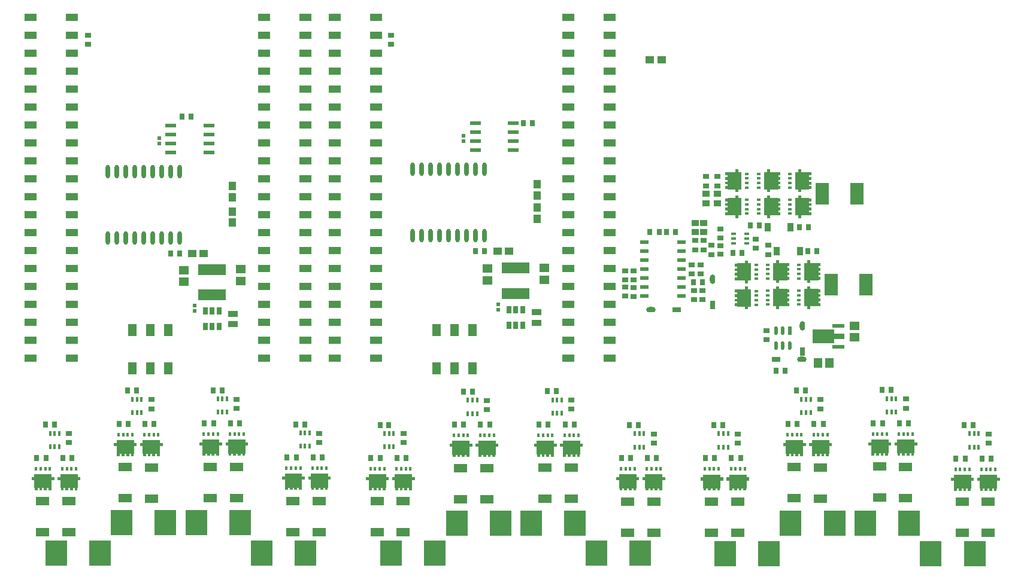
<source format=gtp>
G04*
G04 #@! TF.GenerationSoftware,Altium Limited,Altium Designer,23.4.1 (23)*
G04*
G04 Layer_Color=8421504*
%FSLAX44Y44*%
%MOMM*%
G71*
G04*
G04 #@! TF.SameCoordinates,A8117526-9310-46B9-AEF7-EB217FB15511*
G04*
G04*
G04 #@! TF.FilePolarity,Positive*
G04*
G01*
G75*
%ADD15R,1.9000X1.2000*%
%ADD16R,0.8500X0.7000*%
G04:AMPARAMS|DCode=17|XSize=0.55mm|YSize=1.25mm|CornerRadius=0.0495mm|HoleSize=0mm|Usage=FLASHONLY|Rotation=90.000|XOffset=0mm|YOffset=0mm|HoleType=Round|Shape=RoundedRectangle|*
%AMROUNDEDRECTD17*
21,1,0.5500,1.1510,0,0,90.0*
21,1,0.4510,1.2500,0,0,90.0*
1,1,0.0990,0.5755,0.2255*
1,1,0.0990,0.5755,-0.2255*
1,1,0.0990,-0.5755,-0.2255*
1,1,0.0990,-0.5755,0.2255*
%
%ADD17ROUNDEDRECTD17*%
%ADD18R,0.8500X0.7500*%
%ADD19R,0.7500X0.8500*%
%ADD20C,1.7397*%
%ADD21R,1.7300X0.5800*%
%ADD22R,1.3046X1.4562*%
%ADD23R,1.4562X1.3046*%
G04:AMPARAMS|DCode=24|XSize=1.3082mm|YSize=0.7621mm|CornerRadius=0.3811mm|HoleSize=0mm|Usage=FLASHONLY|Rotation=0.000|XOffset=0mm|YOffset=0mm|HoleType=Round|Shape=RoundedRectangle|*
%AMROUNDEDRECTD24*
21,1,1.3082,0.0000,0,0,0.0*
21,1,0.5461,0.7621,0,0,0.0*
1,1,0.7621,0.2730,0.0000*
1,1,0.7621,-0.2730,0.0000*
1,1,0.7621,-0.2730,0.0000*
1,1,0.7621,0.2730,0.0000*
%
%ADD24ROUNDEDRECTD24*%
%ADD25R,1.3082X0.7621*%
G04:AMPARAMS|DCode=26|XSize=1.2052mm|YSize=0.5298mm|CornerRadius=0.2649mm|HoleSize=0mm|Usage=FLASHONLY|Rotation=270.000|XOffset=0mm|YOffset=0mm|HoleType=Round|Shape=RoundedRectangle|*
%AMROUNDEDRECTD26*
21,1,1.2052,0.0000,0,0,270.0*
21,1,0.6754,0.5298,0,0,270.0*
1,1,0.5298,0.0000,-0.3377*
1,1,0.5298,0.0000,0.3377*
1,1,0.5298,0.0000,0.3377*
1,1,0.5298,0.0000,-0.3377*
%
%ADD26ROUNDEDRECTD26*%
%ADD27R,0.5298X1.2052*%
%ADD28R,0.5200X0.5200*%
%ADD29R,1.5500X0.6000*%
G04:AMPARAMS|DCode=30|XSize=1.3082mm|YSize=0.7621mm|CornerRadius=0.3811mm|HoleSize=0mm|Usage=FLASHONLY|Rotation=90.000|XOffset=0mm|YOffset=0mm|HoleType=Round|Shape=RoundedRectangle|*
%AMROUNDEDRECTD30*
21,1,1.3082,0.0000,0,0,90.0*
21,1,0.5461,0.7621,0,0,90.0*
1,1,0.7621,0.0000,0.2730*
1,1,0.7621,0.0000,-0.2730*
1,1,0.7621,0.0000,-0.2730*
1,1,0.7621,0.0000,0.2730*
%
%ADD30ROUNDEDRECTD30*%
%ADD31R,0.7621X1.3082*%
%ADD32R,3.1000X3.5700*%
G04:AMPARAMS|DCode=33|XSize=1.9mm|YSize=0.6mm|CornerRadius=0.3mm|HoleSize=0mm|Usage=FLASHONLY|Rotation=270.000|XOffset=0mm|YOffset=0mm|HoleType=Round|Shape=RoundedRectangle|*
%AMROUNDEDRECTD33*
21,1,1.9000,0.0000,0,0,270.0*
21,1,1.3000,0.6000,0,0,270.0*
1,1,0.6000,0.0000,-0.6500*
1,1,0.6000,0.0000,0.6500*
1,1,0.6000,0.0000,0.6500*
1,1,0.6000,0.0000,-0.6500*
%
%ADD33ROUNDEDRECTD33*%
%ADD34R,1.4562X1.2546*%
%ADD35R,1.3500X0.9500*%
%ADD36R,4.0000X1.5000*%
%ADD37R,0.7000X1.0000*%
%ADD38R,1.2700X1.6800*%
%ADD39R,1.2084X1.0121*%
%ADD40R,0.7000X0.8500*%
%ADD41R,0.5000X0.3500*%
%ADD42R,1.9600X3.1500*%
%ADD43R,0.9100X1.2200*%
%ADD44R,1.0500X0.9000*%
%ADD45R,0.8000X0.4000*%
%ADD46R,0.3500X0.5000*%
%ADD47R,0.4000X0.8000*%
%ADD48R,1.7800X1.0200*%
%ADD49R,1.0121X1.2084*%
%ADD50R,1.1500X1.0500*%
G36*
X1071450Y722250D02*
X1082800D01*
Y721750D01*
X1085800D01*
Y717750D01*
X1082800D01*
Y715250D01*
X1085800D01*
Y711250D01*
X1082800D01*
Y708750D01*
X1085800D01*
Y704750D01*
X1082800D01*
Y702250D01*
X1085800D01*
Y698250D01*
X1082800D01*
Y697750D01*
X1071450D01*
Y693950D01*
X1067150D01*
Y697750D01*
X1063000D01*
Y722250D01*
X1067150D01*
Y726050D01*
X1071450D01*
Y722250D01*
D02*
G37*
G36*
X1026450D02*
X1030600D01*
Y697750D01*
X1026450D01*
Y693950D01*
X1022150D01*
Y697750D01*
X1010800D01*
Y698250D01*
X1007800D01*
Y702250D01*
X1010800D01*
Y704750D01*
X1007800D01*
Y708750D01*
X1010800D01*
Y711250D01*
X1007800D01*
Y715250D01*
X1010800D01*
Y717750D01*
X1007800D01*
Y721750D01*
X1010800D01*
Y722250D01*
X1022150D01*
Y726050D01*
X1026450D01*
Y722250D01*
D02*
G37*
G36*
X1115400Y722125D02*
X1126750D01*
Y721625D01*
X1129750D01*
Y717625D01*
X1126750D01*
Y715125D01*
X1129750D01*
Y711125D01*
X1126750D01*
Y708625D01*
X1129750D01*
Y704625D01*
X1126750D01*
Y702125D01*
X1129750D01*
Y698125D01*
X1126750D01*
Y697625D01*
X1115400D01*
Y693825D01*
X1111100D01*
Y697625D01*
X1106950D01*
Y722125D01*
X1111100D01*
Y725925D01*
X1115400D01*
Y722125D01*
D02*
G37*
G36*
X1026450Y685375D02*
X1030600D01*
Y660875D01*
X1026450D01*
Y657075D01*
X1022150D01*
Y660875D01*
X1010800D01*
Y661375D01*
X1007800D01*
Y665375D01*
X1010800D01*
Y667875D01*
X1007800D01*
Y671875D01*
X1010800D01*
Y674375D01*
X1007800D01*
Y678375D01*
X1010800D01*
Y680875D01*
X1007800D01*
Y684875D01*
X1010800D01*
Y685375D01*
X1022150D01*
Y689175D01*
X1026450D01*
Y685375D01*
D02*
G37*
G36*
X1071450Y685250D02*
X1082800D01*
Y684750D01*
X1085800D01*
Y680750D01*
X1082800D01*
Y678250D01*
X1085800D01*
Y674250D01*
X1082800D01*
Y671750D01*
X1085800D01*
Y667750D01*
X1082800D01*
Y665250D01*
X1085800D01*
Y661250D01*
X1082800D01*
Y660750D01*
X1071450D01*
Y656950D01*
X1067150D01*
Y660750D01*
X1063000D01*
Y685250D01*
X1067150D01*
Y689050D01*
X1071450D01*
Y685250D01*
D02*
G37*
G36*
X1115400Y685250D02*
X1126750D01*
Y684750D01*
X1129750D01*
Y680750D01*
X1126750D01*
Y678250D01*
X1129750D01*
Y674250D01*
X1126750D01*
Y671750D01*
X1129750D01*
Y667750D01*
X1126750D01*
Y665250D01*
X1129750D01*
Y661250D01*
X1126750D01*
Y660750D01*
X1115400D01*
Y656950D01*
X1111100D01*
Y660750D01*
X1106950D01*
Y685250D01*
X1111100D01*
Y689050D01*
X1115400D01*
Y685250D01*
D02*
G37*
G36*
X1128400Y593500D02*
X1139750D01*
Y593000D01*
X1142750D01*
Y589000D01*
X1139750D01*
Y586500D01*
X1142750D01*
Y582500D01*
X1139750D01*
Y580000D01*
X1142750D01*
Y576000D01*
X1139750D01*
Y573500D01*
X1142750D01*
Y569500D01*
X1139750D01*
Y569000D01*
X1128400D01*
Y565200D01*
X1124100D01*
Y569000D01*
X1119950D01*
Y593500D01*
X1124100D01*
Y597300D01*
X1128400D01*
Y593500D01*
D02*
G37*
G36*
X1084400D02*
X1095750D01*
Y593000D01*
X1098750D01*
Y589000D01*
X1095750D01*
Y586500D01*
X1098750D01*
Y582500D01*
X1095750D01*
Y580000D01*
X1098750D01*
Y576000D01*
X1095750D01*
Y573500D01*
X1098750D01*
Y569500D01*
X1095750D01*
Y569000D01*
X1084400D01*
Y565200D01*
X1080100D01*
Y569000D01*
X1075950D01*
Y593500D01*
X1080100D01*
Y597300D01*
X1084400D01*
Y593500D01*
D02*
G37*
G36*
X1040400Y593000D02*
X1044550D01*
Y568500D01*
X1040400D01*
Y564700D01*
X1036100D01*
Y568500D01*
X1024750D01*
Y569000D01*
X1021750D01*
Y573000D01*
X1024750D01*
Y575500D01*
X1021750D01*
Y579500D01*
X1024750D01*
Y582000D01*
X1021750D01*
Y586000D01*
X1024750D01*
Y588500D01*
X1021750D01*
Y592500D01*
X1024750D01*
Y593000D01*
X1036100D01*
Y596800D01*
X1040400D01*
Y593000D01*
D02*
G37*
G36*
X1128400Y556500D02*
X1139750D01*
Y556000D01*
X1142750D01*
Y552000D01*
X1139750D01*
Y549500D01*
X1142750D01*
Y545500D01*
X1139750D01*
Y543000D01*
X1142750D01*
Y539000D01*
X1139750D01*
Y536500D01*
X1142750D01*
Y532500D01*
X1139750D01*
Y532000D01*
X1128400D01*
Y528200D01*
X1124100D01*
Y532000D01*
X1119950D01*
Y556500D01*
X1124100D01*
Y560300D01*
X1128400D01*
Y556500D01*
D02*
G37*
G36*
X1084400D02*
X1095750D01*
Y556000D01*
X1098750D01*
Y552000D01*
X1095750D01*
Y549500D01*
X1098750D01*
Y545500D01*
X1095750D01*
Y543000D01*
X1098750D01*
Y539000D01*
X1095750D01*
Y536500D01*
X1098750D01*
Y532500D01*
X1095750D01*
Y532000D01*
X1084400D01*
Y528200D01*
X1080100D01*
Y532000D01*
X1075950D01*
Y556500D01*
X1080100D01*
Y560300D01*
X1084400D01*
Y556500D01*
D02*
G37*
G36*
X1040400Y556210D02*
X1044550D01*
Y531710D01*
X1040400D01*
Y527910D01*
X1036100D01*
Y531710D01*
X1024750D01*
Y532210D01*
X1021750D01*
Y536210D01*
X1024750D01*
Y538710D01*
X1021750D01*
Y542710D01*
X1024750D01*
Y545210D01*
X1021750D01*
Y549210D01*
X1024750D01*
Y551710D01*
X1021750D01*
Y555710D01*
X1024750D01*
Y556210D01*
X1036100D01*
Y560010D01*
X1040400D01*
Y556210D01*
D02*
G37*
G36*
X1161556Y493392D02*
X1176556D01*
Y485792D01*
X1161556D01*
Y479927D01*
X1131256D01*
Y499257D01*
X1161556D01*
Y493392D01*
D02*
G37*
G36*
X1275422Y339344D02*
X1279222D01*
Y335044D01*
X1275422D01*
Y323694D01*
X1274922D01*
Y320694D01*
X1270922D01*
Y323694D01*
X1268422D01*
Y320694D01*
X1264422D01*
Y323694D01*
X1261922D01*
Y320694D01*
X1257922D01*
Y323694D01*
X1255422D01*
Y320694D01*
X1251422D01*
Y323694D01*
X1250922D01*
Y335044D01*
X1247122D01*
Y339344D01*
X1250922D01*
Y343494D01*
X1275422D01*
Y339344D01*
D02*
G37*
G36*
X1238592D02*
X1242392D01*
Y335044D01*
X1238592D01*
Y323694D01*
X1238092D01*
Y320694D01*
X1234092D01*
Y323694D01*
X1231592D01*
Y320694D01*
X1227592D01*
Y323694D01*
X1225092D01*
Y320694D01*
X1221092D01*
Y323694D01*
X1218592D01*
Y320694D01*
X1214592D01*
Y323694D01*
X1214092D01*
Y335044D01*
X1210292D01*
Y339344D01*
X1214092D01*
Y343494D01*
X1238592D01*
Y339344D01*
D02*
G37*
G36*
X329635Y339112D02*
X333435D01*
Y334812D01*
X329635D01*
Y323462D01*
X329135D01*
Y320462D01*
X325135D01*
Y323462D01*
X322635D01*
Y320462D01*
X318635D01*
Y323462D01*
X316135D01*
Y320462D01*
X312135D01*
Y323462D01*
X309635D01*
Y320462D01*
X305635D01*
Y323462D01*
X305135D01*
Y334812D01*
X301335D01*
Y339112D01*
X305135D01*
Y343262D01*
X329635D01*
Y339112D01*
D02*
G37*
G36*
X292805D02*
X296605D01*
Y334812D01*
X292805D01*
Y323462D01*
X292305D01*
Y320462D01*
X288305D01*
Y323462D01*
X285805D01*
Y320462D01*
X281805D01*
Y323462D01*
X279305D01*
Y320462D01*
X275305D01*
Y323462D01*
X272805D01*
Y320462D01*
X268805D01*
Y323462D01*
X268305D01*
Y334812D01*
X264505D01*
Y339112D01*
X268305D01*
Y343262D01*
X292805D01*
Y339112D01*
D02*
G37*
G36*
X208852Y338530D02*
X212652D01*
Y334230D01*
X208852D01*
Y322880D01*
X208352D01*
Y319880D01*
X204352D01*
Y322880D01*
X201852D01*
Y319880D01*
X197852D01*
Y322880D01*
X195352D01*
Y319880D01*
X191352D01*
Y322880D01*
X188852D01*
Y319880D01*
X184852D01*
Y322880D01*
X184352D01*
Y334230D01*
X180552D01*
Y338530D01*
X184352D01*
Y342680D01*
X208852D01*
Y338530D01*
D02*
G37*
G36*
X172022D02*
X175822D01*
Y334230D01*
X172022D01*
Y322880D01*
X171522D01*
Y319880D01*
X167522D01*
Y322880D01*
X165022D01*
Y319880D01*
X161022D01*
Y322880D01*
X158522D01*
Y319880D01*
X154522D01*
Y322880D01*
X152022D01*
Y319880D01*
X148022D01*
Y322880D01*
X147522D01*
Y334230D01*
X143722D01*
Y338530D01*
X147522D01*
Y342680D01*
X172022D01*
Y338530D01*
D02*
G37*
G36*
X1154906Y338456D02*
X1158706D01*
Y334156D01*
X1154906D01*
Y322806D01*
X1154406D01*
Y319806D01*
X1150406D01*
Y322806D01*
X1147906D01*
Y319806D01*
X1143906D01*
Y322806D01*
X1141406D01*
Y319806D01*
X1137406D01*
Y322806D01*
X1134906D01*
Y319806D01*
X1130906D01*
Y322806D01*
X1130406D01*
Y334156D01*
X1126606D01*
Y338456D01*
X1130406D01*
Y342606D01*
X1154906D01*
Y338456D01*
D02*
G37*
G36*
X1118076D02*
X1121876D01*
Y334156D01*
X1118076D01*
Y322806D01*
X1117576D01*
Y319806D01*
X1113576D01*
Y322806D01*
X1111076D01*
Y319806D01*
X1107076D01*
Y322806D01*
X1104576D01*
Y319806D01*
X1100576D01*
Y322806D01*
X1098076D01*
Y319806D01*
X1094076D01*
Y322806D01*
X1093576D01*
Y334156D01*
X1089776D01*
Y338456D01*
X1093576D01*
Y342606D01*
X1118076D01*
Y338456D01*
D02*
G37*
G36*
X802793Y337742D02*
X806593D01*
Y333442D01*
X802793D01*
Y322092D01*
X802293D01*
Y319092D01*
X798293D01*
Y322092D01*
X795793D01*
Y319092D01*
X791793D01*
Y322092D01*
X789293D01*
Y319092D01*
X785293D01*
Y322092D01*
X782793D01*
Y319092D01*
X778793D01*
Y322092D01*
X778293D01*
Y333442D01*
X774493D01*
Y337742D01*
X778293D01*
Y341892D01*
X802793D01*
Y337742D01*
D02*
G37*
G36*
X765963D02*
X769763D01*
Y333442D01*
X765963D01*
Y322092D01*
X765463D01*
Y319092D01*
X761463D01*
Y322092D01*
X758963D01*
Y319092D01*
X754963D01*
Y322092D01*
X752463D01*
Y319092D01*
X748463D01*
Y322092D01*
X745963D01*
Y319092D01*
X741963D01*
Y322092D01*
X741463D01*
Y333442D01*
X737663D01*
Y337742D01*
X741463D01*
Y341892D01*
X765963D01*
Y337742D01*
D02*
G37*
G36*
X683280Y337314D02*
X687080D01*
Y333014D01*
X683280D01*
Y321664D01*
X682780D01*
Y318664D01*
X678780D01*
Y321664D01*
X676280D01*
Y318664D01*
X672280D01*
Y321664D01*
X669780D01*
Y318664D01*
X665780D01*
Y321664D01*
X663280D01*
Y318664D01*
X659280D01*
Y321664D01*
X658780D01*
Y333014D01*
X654980D01*
Y337314D01*
X658780D01*
Y341464D01*
X683280D01*
Y337314D01*
D02*
G37*
G36*
X646450D02*
X650250D01*
Y333014D01*
X646450D01*
Y321664D01*
X645950D01*
Y318664D01*
X641950D01*
Y321664D01*
X639450D01*
Y318664D01*
X635450D01*
Y321664D01*
X632950D01*
Y318664D01*
X628950D01*
Y321664D01*
X626450D01*
Y318664D01*
X622450D01*
Y321664D01*
X621950D01*
Y333014D01*
X618150D01*
Y337314D01*
X621950D01*
Y341464D01*
X646450D01*
Y337314D01*
D02*
G37*
G36*
X446475Y290852D02*
X450275D01*
Y286552D01*
X446475D01*
Y275202D01*
X445975D01*
Y272202D01*
X441975D01*
Y275202D01*
X439475D01*
Y272202D01*
X435475D01*
Y275202D01*
X432975D01*
Y272202D01*
X428975D01*
Y275202D01*
X426475D01*
Y272202D01*
X422475D01*
Y275202D01*
X421975D01*
Y286552D01*
X418175D01*
Y290852D01*
X421975D01*
Y295002D01*
X446475D01*
Y290852D01*
D02*
G37*
G36*
X409645D02*
X413445D01*
Y286552D01*
X409645D01*
Y275202D01*
X409145D01*
Y272202D01*
X405145D01*
Y275202D01*
X402645D01*
Y272202D01*
X398645D01*
Y275202D01*
X396145D01*
Y272202D01*
X392145D01*
Y275202D01*
X389645D01*
Y272202D01*
X385645D01*
Y275202D01*
X385145D01*
Y286552D01*
X381345D01*
Y290852D01*
X385145D01*
Y295002D01*
X409645D01*
Y290852D01*
D02*
G37*
G36*
X92520Y290370D02*
X96320D01*
Y286070D01*
X92520D01*
Y274720D01*
X92020D01*
Y271720D01*
X88020D01*
Y274720D01*
X85520D01*
Y271720D01*
X81520D01*
Y274720D01*
X79020D01*
Y271720D01*
X75020D01*
Y274720D01*
X72520D01*
Y271720D01*
X68520D01*
Y274720D01*
X68020D01*
Y286070D01*
X64220D01*
Y290370D01*
X68020D01*
Y294520D01*
X92520D01*
Y290370D01*
D02*
G37*
G36*
X55690D02*
X59490D01*
Y286070D01*
X55690D01*
Y274720D01*
X55190D01*
Y271720D01*
X51190D01*
Y274720D01*
X48690D01*
Y271720D01*
X44690D01*
Y274720D01*
X42190D01*
Y271720D01*
X38190D01*
Y274720D01*
X35690D01*
Y271720D01*
X31690D01*
Y274720D01*
X31190D01*
Y286070D01*
X27390D01*
Y290370D01*
X31190D01*
Y294520D01*
X55690D01*
Y290370D01*
D02*
G37*
G36*
X565170Y290324D02*
X568970D01*
Y286024D01*
X565170D01*
Y274674D01*
X564670D01*
Y271674D01*
X560670D01*
Y274674D01*
X558170D01*
Y271674D01*
X554170D01*
Y274674D01*
X551670D01*
Y271674D01*
X547670D01*
Y274674D01*
X545170D01*
Y271674D01*
X541170D01*
Y274674D01*
X540670D01*
Y286024D01*
X536870D01*
Y290324D01*
X540670D01*
Y294474D01*
X565170D01*
Y290324D01*
D02*
G37*
G36*
X528340D02*
X532140D01*
Y286024D01*
X528340D01*
Y274674D01*
X527840D01*
Y271674D01*
X523840D01*
Y274674D01*
X521340D01*
Y271674D01*
X517340D01*
Y274674D01*
X514840D01*
Y271674D01*
X510840D01*
Y274674D01*
X508340D01*
Y271674D01*
X504340D01*
Y274674D01*
X503840D01*
Y286024D01*
X500040D01*
Y290324D01*
X503840D01*
Y294474D01*
X528340D01*
Y290324D01*
D02*
G37*
G36*
X919246Y289869D02*
X923046D01*
Y285569D01*
X919246D01*
Y274219D01*
X918746D01*
Y271219D01*
X914746D01*
Y274219D01*
X912246D01*
Y271219D01*
X908246D01*
Y274219D01*
X905746D01*
Y271219D01*
X901746D01*
Y274219D01*
X899246D01*
Y271219D01*
X895246D01*
Y274219D01*
X894746D01*
Y285569D01*
X890946D01*
Y289869D01*
X894746D01*
Y294019D01*
X919246D01*
Y289869D01*
D02*
G37*
G36*
X882416D02*
X886216D01*
Y285569D01*
X882416D01*
Y274219D01*
X881916D01*
Y271219D01*
X877916D01*
Y274219D01*
X875416D01*
Y271219D01*
X871416D01*
Y274219D01*
X868916D01*
Y271219D01*
X864916D01*
Y274219D01*
X862416D01*
Y271219D01*
X858416D01*
Y274219D01*
X857916D01*
Y285569D01*
X854116D01*
Y289869D01*
X857916D01*
Y294019D01*
X882416D01*
Y289869D01*
D02*
G37*
G36*
X1037932Y289814D02*
X1041732D01*
Y285514D01*
X1037932D01*
Y274164D01*
X1037432D01*
Y271164D01*
X1033432D01*
Y274164D01*
X1030932D01*
Y271164D01*
X1026932D01*
Y274164D01*
X1024432D01*
Y271164D01*
X1020432D01*
Y274164D01*
X1017932D01*
Y271164D01*
X1013932D01*
Y274164D01*
X1013432D01*
Y285514D01*
X1009632D01*
Y289814D01*
X1013432D01*
Y293964D01*
X1037932D01*
Y289814D01*
D02*
G37*
G36*
X1001102D02*
X1004902D01*
Y285514D01*
X1001102D01*
Y274164D01*
X1000602D01*
Y271164D01*
X996602D01*
Y274164D01*
X994102D01*
Y271164D01*
X990102D01*
Y274164D01*
X987602D01*
Y271164D01*
X983602D01*
Y274164D01*
X981102D01*
Y271164D01*
X977102D01*
Y274164D01*
X976602D01*
Y285514D01*
X972802D01*
Y289814D01*
X976602D01*
Y293964D01*
X1001102D01*
Y289814D01*
D02*
G37*
G36*
X1392262Y289726D02*
X1396062D01*
Y285426D01*
X1392262D01*
Y274076D01*
X1391762D01*
Y271076D01*
X1387762D01*
Y274076D01*
X1385262D01*
Y271076D01*
X1381262D01*
Y274076D01*
X1378762D01*
Y271076D01*
X1374762D01*
Y274076D01*
X1372262D01*
Y271076D01*
X1368262D01*
Y274076D01*
X1367762D01*
Y285426D01*
X1363962D01*
Y289726D01*
X1367762D01*
Y293876D01*
X1392262D01*
Y289726D01*
D02*
G37*
G36*
X1355432D02*
X1359232D01*
Y285426D01*
X1355432D01*
Y274076D01*
X1354932D01*
Y271076D01*
X1350932D01*
Y274076D01*
X1348432D01*
Y271076D01*
X1344432D01*
Y274076D01*
X1341932D01*
Y271076D01*
X1337932D01*
Y274076D01*
X1335432D01*
Y271076D01*
X1331432D01*
Y274076D01*
X1330932D01*
Y285426D01*
X1327132D01*
Y289726D01*
X1330932D01*
Y293876D01*
X1355432D01*
Y289726D01*
D02*
G37*
D15*
X159315Y260386D02*
D03*
X159315Y304386D02*
D03*
X196399Y260132D02*
D03*
X196399Y304132D02*
D03*
X42983Y212226D02*
D03*
Y256226D02*
D03*
X80067Y211972D02*
D03*
Y255972D02*
D03*
X280098Y260968D02*
D03*
X280098Y304968D02*
D03*
X317182Y260714D02*
D03*
X317182Y304714D02*
D03*
X434022Y212454D02*
D03*
X434022Y256454D02*
D03*
X396938Y212708D02*
D03*
X396938Y256708D02*
D03*
X633743Y259170D02*
D03*
X633743Y303170D02*
D03*
X670827Y258916D02*
D03*
X670827Y302916D02*
D03*
X906793Y211471D02*
D03*
X906793Y255471D02*
D03*
X552717Y211926D02*
D03*
X552717Y255926D02*
D03*
X753256Y259598D02*
D03*
X753256Y303598D02*
D03*
X869709Y211725D02*
D03*
X869709Y255725D02*
D03*
X790340Y259344D02*
D03*
X790340Y303344D02*
D03*
X515633Y212180D02*
D03*
X515633Y256180D02*
D03*
X1025479Y211416D02*
D03*
X1025479Y255416D02*
D03*
X988395Y211670D02*
D03*
X988395Y255670D02*
D03*
X1142453Y260058D02*
D03*
X1142453Y304058D02*
D03*
X1105369Y260312D02*
D03*
X1105369Y304312D02*
D03*
X1262969Y260946D02*
D03*
X1262969Y304946D02*
D03*
X1225885Y261200D02*
D03*
X1225885Y305200D02*
D03*
X1379809Y211328D02*
D03*
X1379809Y255328D02*
D03*
X1342725Y211582D02*
D03*
X1342725Y255582D02*
D03*
D16*
X866252Y559248D02*
D03*
Y546748D02*
D03*
X1001000Y605750D02*
D03*
Y618250D02*
D03*
D17*
X893296Y622554D02*
D03*
Y609854D02*
D03*
Y597154D02*
D03*
Y584454D02*
D03*
Y571754D02*
D03*
Y559054D02*
D03*
Y546354D02*
D03*
X945796Y622554D02*
D03*
Y609854D02*
D03*
Y597154D02*
D03*
Y584454D02*
D03*
Y571754D02*
D03*
Y559054D02*
D03*
Y546354D02*
D03*
D18*
X1066292Y497736D02*
D03*
Y484736D02*
D03*
X878190Y545990D02*
D03*
Y558990D02*
D03*
X960418Y590950D02*
D03*
Y577950D02*
D03*
X963720Y554628D02*
D03*
Y541628D02*
D03*
X866252Y582612D02*
D03*
Y569612D02*
D03*
X878190Y582612D02*
D03*
Y569612D02*
D03*
X973118Y590950D02*
D03*
Y577950D02*
D03*
X997144Y702750D02*
D03*
Y715750D02*
D03*
X981144Y702750D02*
D03*
Y715750D02*
D03*
X975868Y554632D02*
D03*
Y541632D02*
D03*
X1051000Y627500D02*
D03*
Y614500D02*
D03*
X196532Y400100D02*
D03*
Y387100D02*
D03*
X80200Y351940D02*
D03*
Y338940D02*
D03*
X317315Y400682D02*
D03*
Y387682D02*
D03*
X434155Y352422D02*
D03*
Y339422D02*
D03*
X670960Y398884D02*
D03*
Y385884D02*
D03*
X906926Y351439D02*
D03*
Y338439D02*
D03*
X552850Y351894D02*
D03*
Y338894D02*
D03*
X790473Y399312D02*
D03*
Y386312D02*
D03*
X1025612Y351384D02*
D03*
Y338384D02*
D03*
X1142586Y400026D02*
D03*
Y387026D02*
D03*
X1263102Y400914D02*
D03*
Y387914D02*
D03*
X1379942Y351296D02*
D03*
Y338296D02*
D03*
X988000Y605500D02*
D03*
Y618500D02*
D03*
X1069000Y605500D02*
D03*
Y618500D02*
D03*
X1001000Y628500D02*
D03*
Y641500D02*
D03*
X965843Y612172D02*
D03*
Y625172D02*
D03*
X977590Y612200D02*
D03*
Y625200D02*
D03*
X535500Y903000D02*
D03*
Y916000D02*
D03*
X107000Y903000D02*
D03*
Y916000D02*
D03*
D19*
X975808Y566162D02*
D03*
X962808D02*
D03*
X735250Y791500D02*
D03*
X722250D02*
D03*
X937620Y637032D02*
D03*
X924620D02*
D03*
X901506D02*
D03*
X914506D02*
D03*
X1079604Y440944D02*
D03*
X1092604D02*
D03*
X240000Y801000D02*
D03*
X253000D02*
D03*
X1056500Y647000D02*
D03*
X1043500D02*
D03*
X163662Y365660D02*
D03*
X150662D02*
D03*
X200492D02*
D03*
X187492D02*
D03*
X84160Y317500D02*
D03*
X71160D02*
D03*
X47330D02*
D03*
X34330D02*
D03*
X284445Y366242D02*
D03*
X271445D02*
D03*
X321275D02*
D03*
X308275D02*
D03*
X401285Y317982D02*
D03*
X388285D02*
D03*
X438115D02*
D03*
X425115D02*
D03*
X638090Y364444D02*
D03*
X625090D02*
D03*
X674920D02*
D03*
X661920D02*
D03*
X874056Y316999D02*
D03*
X861056D02*
D03*
X910886D02*
D03*
X897886D02*
D03*
X519980Y317454D02*
D03*
X506980D02*
D03*
X757603Y364872D02*
D03*
X744603D02*
D03*
X794433D02*
D03*
X781433D02*
D03*
X556810Y317454D02*
D03*
X543810D02*
D03*
X1029572Y316944D02*
D03*
X1016572D02*
D03*
X992742D02*
D03*
X979742D02*
D03*
X1146546Y365586D02*
D03*
X1133546D02*
D03*
X1109716D02*
D03*
X1096716D02*
D03*
X1267062Y366474D02*
D03*
X1254062D02*
D03*
X1230232D02*
D03*
X1217232D02*
D03*
X1383902Y316856D02*
D03*
X1370902D02*
D03*
X1347072D02*
D03*
X1334072D02*
D03*
X1124750Y610000D02*
D03*
X1137750D02*
D03*
X1112500Y644000D02*
D03*
X1125500D02*
D03*
X236500Y606500D02*
D03*
X223500D02*
D03*
X667500Y610250D02*
D03*
X654500D02*
D03*
D20*
X1150096Y489592D02*
D03*
D21*
X1167906Y504592D02*
D03*
Y474592D02*
D03*
D22*
X1139180Y452318D02*
D03*
X1155296D02*
D03*
D23*
X1191006Y488004D02*
D03*
Y504120D02*
D03*
D24*
X1116292Y456692D02*
D03*
X902754Y527304D02*
D03*
D25*
X1079792Y456692D02*
D03*
X939254Y527304D02*
D03*
D26*
X1098906Y476667D02*
D03*
X1089406D02*
D03*
X1079906D02*
D03*
Y497677D02*
D03*
X1089406D02*
D03*
D27*
X1098906D02*
D03*
D28*
X638150Y774000D02*
D03*
Y766000D02*
D03*
X207750Y770250D02*
D03*
Y762250D02*
D03*
X257500Y533250D02*
D03*
Y525250D02*
D03*
X686750Y527250D02*
D03*
Y535250D02*
D03*
D29*
X654400Y791550D02*
D03*
Y778850D02*
D03*
Y766150D02*
D03*
Y753450D02*
D03*
X708400Y791550D02*
D03*
Y778850D02*
D03*
Y766150D02*
D03*
Y753450D02*
D03*
X224000Y787800D02*
D03*
Y775100D02*
D03*
Y762400D02*
D03*
Y749700D02*
D03*
X278000Y787800D02*
D03*
Y775100D02*
D03*
Y762400D02*
D03*
Y749700D02*
D03*
D30*
X990092Y570192D02*
D03*
X1116838Y504660D02*
D03*
D31*
X990092Y533692D02*
D03*
X1116838Y468160D02*
D03*
D32*
X352730Y182880D02*
D03*
X414730D02*
D03*
X154610Y226060D02*
D03*
X216610D02*
D03*
X628320Y224790D02*
D03*
X690320D02*
D03*
X61900Y182880D02*
D03*
X123900D02*
D03*
X322020Y226060D02*
D03*
X260020D02*
D03*
X887888Y182780D02*
D03*
X825888D02*
D03*
X795730Y224790D02*
D03*
X733730D02*
D03*
X535058Y182780D02*
D03*
X597058D02*
D03*
X1007820Y181982D02*
D03*
X1069820D02*
D03*
X1100530Y225162D02*
D03*
X1162530D02*
D03*
X1267940D02*
D03*
X1205940D02*
D03*
X1360650Y181982D02*
D03*
X1298650D02*
D03*
D33*
X236800Y722500D02*
D03*
X224100D02*
D03*
X211400D02*
D03*
X198700D02*
D03*
X186000D02*
D03*
X173300D02*
D03*
X160600D02*
D03*
X147900D02*
D03*
X135200D02*
D03*
Y628500D02*
D03*
X147900D02*
D03*
X160600D02*
D03*
X173300D02*
D03*
X186000D02*
D03*
X198700D02*
D03*
X211400D02*
D03*
X224100D02*
D03*
X236800D02*
D03*
X667200Y632250D02*
D03*
X654500D02*
D03*
X641800D02*
D03*
X629100D02*
D03*
X616400D02*
D03*
X603700D02*
D03*
X591000D02*
D03*
X578300D02*
D03*
X565600D02*
D03*
Y726250D02*
D03*
X578300D02*
D03*
X591000D02*
D03*
X603700D02*
D03*
X616400D02*
D03*
X629100D02*
D03*
X641800D02*
D03*
X654500D02*
D03*
X667200D02*
D03*
D34*
X242500Y583508D02*
D03*
Y566992D02*
D03*
X322500Y584508D02*
D03*
Y567992D02*
D03*
X671750Y568992D02*
D03*
Y585508D02*
D03*
X751750Y569992D02*
D03*
Y586508D02*
D03*
D35*
X311500Y506750D02*
D03*
Y521750D02*
D03*
X740830Y524000D02*
D03*
Y509000D02*
D03*
D36*
X282500Y548250D02*
D03*
Y584250D02*
D03*
X711750Y586250D02*
D03*
Y550250D02*
D03*
D37*
X273000Y503255D02*
D03*
X282500D02*
D03*
X292000D02*
D03*
Y525245D02*
D03*
X282500D02*
D03*
X273000D02*
D03*
X702250Y527245D02*
D03*
X711750D02*
D03*
X721250D02*
D03*
Y505255D02*
D03*
X711750D02*
D03*
X702250D02*
D03*
D38*
X650400Y444200D02*
D03*
Y498600D02*
D03*
X625000Y444200D02*
D03*
Y498600D02*
D03*
X599600Y444200D02*
D03*
Y498600D02*
D03*
X169600D02*
D03*
Y444200D02*
D03*
X195000Y498600D02*
D03*
Y444200D02*
D03*
X220400Y498600D02*
D03*
Y444200D02*
D03*
D39*
X270042Y606500D02*
D03*
X254005D02*
D03*
X685981Y610250D02*
D03*
X702019D02*
D03*
D40*
X1229750Y414000D02*
D03*
X1242250D02*
D03*
X1018750Y608000D02*
D03*
X1031250D02*
D03*
X46750Y365000D02*
D03*
X59250D02*
D03*
X162750Y413000D02*
D03*
X175250D02*
D03*
X283750D02*
D03*
X296250D02*
D03*
X400750Y365000D02*
D03*
X413250D02*
D03*
X519750Y364000D02*
D03*
X532250D02*
D03*
X637750Y411000D02*
D03*
X650250D02*
D03*
X756750Y412000D02*
D03*
X769250D02*
D03*
X872750Y364000D02*
D03*
X885250D02*
D03*
X991750D02*
D03*
X1004250D02*
D03*
X1108750Y413000D02*
D03*
X1121250D02*
D03*
X1345750Y364000D02*
D03*
X1358250D02*
D03*
D41*
X1099250Y663250D02*
D03*
Y669750D02*
D03*
Y676250D02*
D03*
Y682750D02*
D03*
X1055300Y663250D02*
D03*
Y669750D02*
D03*
Y676250D02*
D03*
Y682750D02*
D03*
X1038300Y682875D02*
D03*
Y676375D02*
D03*
Y669875D02*
D03*
Y663375D02*
D03*
X1099250Y700125D02*
D03*
Y706625D02*
D03*
Y713125D02*
D03*
Y719625D02*
D03*
X1055300Y700250D02*
D03*
Y706750D02*
D03*
Y713250D02*
D03*
Y719750D02*
D03*
X1038300D02*
D03*
Y713250D02*
D03*
Y706750D02*
D03*
Y700250D02*
D03*
X1052250Y590500D02*
D03*
Y584000D02*
D03*
Y577500D02*
D03*
Y571000D02*
D03*
X1068250Y571500D02*
D03*
Y578000D02*
D03*
Y584500D02*
D03*
Y591000D02*
D03*
X1112250Y534500D02*
D03*
Y541000D02*
D03*
Y547500D02*
D03*
Y554000D02*
D03*
X1052250Y553710D02*
D03*
Y547210D02*
D03*
Y540710D02*
D03*
Y534210D02*
D03*
X1068250Y534500D02*
D03*
Y541000D02*
D03*
Y547500D02*
D03*
Y554000D02*
D03*
X1112250Y571500D02*
D03*
Y578000D02*
D03*
Y584500D02*
D03*
Y591000D02*
D03*
D42*
X1144700Y691500D02*
D03*
X1193800D02*
D03*
X1157700Y563000D02*
D03*
X1206800D02*
D03*
D43*
X1100350Y644000D02*
D03*
X1067650D02*
D03*
X1113600Y610000D02*
D03*
X1080900D02*
D03*
D44*
X997144Y677750D02*
D03*
Y691250D02*
D03*
X981144Y677750D02*
D03*
Y691250D02*
D03*
X965843Y650422D02*
D03*
Y636922D02*
D03*
X977590Y650450D02*
D03*
Y636950D02*
D03*
D45*
X1038500Y634500D02*
D03*
Y628000D02*
D03*
Y621500D02*
D03*
X1019500D02*
D03*
Y628000D02*
D03*
Y634500D02*
D03*
D46*
X150022Y350380D02*
D03*
X156522D02*
D03*
X163022D02*
D03*
X169522D02*
D03*
X186852D02*
D03*
X193352D02*
D03*
X199852D02*
D03*
X206352D02*
D03*
X33690Y302220D02*
D03*
X40190D02*
D03*
X46690D02*
D03*
X53190D02*
D03*
X70520D02*
D03*
X77020D02*
D03*
X83520D02*
D03*
X90020D02*
D03*
X270805Y350962D02*
D03*
X277305D02*
D03*
X283805D02*
D03*
X290305D02*
D03*
X307635D02*
D03*
X314135D02*
D03*
X320635D02*
D03*
X327135D02*
D03*
X424475Y302702D02*
D03*
X430975D02*
D03*
X437475D02*
D03*
X443975D02*
D03*
X387645D02*
D03*
X394145D02*
D03*
X400645D02*
D03*
X407145D02*
D03*
X624450Y349164D02*
D03*
X630950D02*
D03*
X637450D02*
D03*
X643950D02*
D03*
X661280D02*
D03*
X667780D02*
D03*
X674280D02*
D03*
X680780D02*
D03*
X506340Y302174D02*
D03*
X512840D02*
D03*
X519340D02*
D03*
X525840D02*
D03*
X543170D02*
D03*
X549670D02*
D03*
X556170D02*
D03*
X562670D02*
D03*
X743963Y349592D02*
D03*
X750463D02*
D03*
X756963D02*
D03*
X763463D02*
D03*
X780793D02*
D03*
X787293D02*
D03*
X793793D02*
D03*
X800293D02*
D03*
X897246Y301719D02*
D03*
X903746D02*
D03*
X910246D02*
D03*
X916746D02*
D03*
X860416D02*
D03*
X866916D02*
D03*
X873416D02*
D03*
X879916D02*
D03*
X1015932Y301664D02*
D03*
X1022432D02*
D03*
X1028932D02*
D03*
X1035432D02*
D03*
X979102D02*
D03*
X985602D02*
D03*
X992102D02*
D03*
X998602D02*
D03*
X1132906Y350306D02*
D03*
X1139406D02*
D03*
X1145906D02*
D03*
X1152406D02*
D03*
X1096076D02*
D03*
X1102576D02*
D03*
X1109076D02*
D03*
X1115576D02*
D03*
X1253422Y351194D02*
D03*
X1259922D02*
D03*
X1266422D02*
D03*
X1272922D02*
D03*
X1216592D02*
D03*
X1223092D02*
D03*
X1229592D02*
D03*
X1236092D02*
D03*
X1370262Y301576D02*
D03*
X1376762D02*
D03*
X1383262D02*
D03*
X1389762D02*
D03*
X1333432D02*
D03*
X1339932D02*
D03*
X1346432D02*
D03*
X1352932D02*
D03*
D47*
X182712Y400560D02*
D03*
X176212D02*
D03*
X169712D02*
D03*
Y381560D02*
D03*
X176212D02*
D03*
X182712D02*
D03*
X66380Y352400D02*
D03*
X59880D02*
D03*
X53380D02*
D03*
Y333400D02*
D03*
X59880D02*
D03*
X66380D02*
D03*
X303495Y401142D02*
D03*
X296995D02*
D03*
X290495D02*
D03*
Y382142D02*
D03*
X296995D02*
D03*
X303495D02*
D03*
X420335Y352882D02*
D03*
X413835D02*
D03*
X407335D02*
D03*
Y333882D02*
D03*
X413835D02*
D03*
X420335D02*
D03*
X657140Y399344D02*
D03*
X650640D02*
D03*
X644140D02*
D03*
Y380344D02*
D03*
X650640D02*
D03*
X657140D02*
D03*
X893106Y351899D02*
D03*
X886606D02*
D03*
X880106D02*
D03*
Y332899D02*
D03*
X886606D02*
D03*
X893106D02*
D03*
X776653Y399772D02*
D03*
X770153D02*
D03*
X763653D02*
D03*
Y380772D02*
D03*
X770153D02*
D03*
X776653D02*
D03*
X539030Y352354D02*
D03*
X532530D02*
D03*
X526030D02*
D03*
Y333354D02*
D03*
X532530D02*
D03*
X539030D02*
D03*
X1011792Y351844D02*
D03*
X1005292D02*
D03*
X998792D02*
D03*
Y332844D02*
D03*
X1005292D02*
D03*
X1011792D02*
D03*
X1128766Y400486D02*
D03*
X1122266D02*
D03*
X1115766D02*
D03*
Y381486D02*
D03*
X1122266D02*
D03*
X1128766D02*
D03*
X1249282Y401374D02*
D03*
X1242782D02*
D03*
X1236282D02*
D03*
Y382374D02*
D03*
X1242782D02*
D03*
X1249282D02*
D03*
X1366122Y351756D02*
D03*
X1359622D02*
D03*
X1353122D02*
D03*
Y332756D02*
D03*
X1359622D02*
D03*
X1366122D02*
D03*
D48*
X844100Y458700D02*
D03*
Y484100D02*
D03*
Y509500D02*
D03*
Y534900D02*
D03*
Y560300D02*
D03*
Y585700D02*
D03*
Y611100D02*
D03*
Y636500D02*
D03*
Y661900D02*
D03*
Y687300D02*
D03*
Y712700D02*
D03*
Y738100D02*
D03*
Y763500D02*
D03*
Y788900D02*
D03*
Y814300D02*
D03*
Y839700D02*
D03*
Y865100D02*
D03*
Y890500D02*
D03*
Y915900D02*
D03*
Y941300D02*
D03*
X785900Y458700D02*
D03*
Y484100D02*
D03*
Y509500D02*
D03*
Y534900D02*
D03*
Y560300D02*
D03*
Y585700D02*
D03*
Y611100D02*
D03*
Y636500D02*
D03*
Y661900D02*
D03*
Y687300D02*
D03*
Y712700D02*
D03*
Y738100D02*
D03*
Y763500D02*
D03*
Y788900D02*
D03*
Y814300D02*
D03*
Y839700D02*
D03*
Y865100D02*
D03*
Y890500D02*
D03*
Y915900D02*
D03*
Y941300D02*
D03*
X514100Y458700D02*
D03*
Y484100D02*
D03*
Y509500D02*
D03*
Y534900D02*
D03*
Y560300D02*
D03*
Y585700D02*
D03*
Y611100D02*
D03*
Y636500D02*
D03*
Y661900D02*
D03*
Y687300D02*
D03*
Y712700D02*
D03*
Y738100D02*
D03*
Y763500D02*
D03*
Y788900D02*
D03*
Y814300D02*
D03*
Y839700D02*
D03*
Y865100D02*
D03*
Y890500D02*
D03*
Y915900D02*
D03*
Y941300D02*
D03*
X455900Y458700D02*
D03*
Y484100D02*
D03*
Y509500D02*
D03*
Y534900D02*
D03*
Y560300D02*
D03*
Y585700D02*
D03*
Y611100D02*
D03*
Y636500D02*
D03*
Y661900D02*
D03*
Y687300D02*
D03*
Y712700D02*
D03*
Y738100D02*
D03*
Y763500D02*
D03*
Y788900D02*
D03*
Y814300D02*
D03*
Y839700D02*
D03*
Y865100D02*
D03*
Y890500D02*
D03*
Y915900D02*
D03*
Y941300D02*
D03*
X414100Y458700D02*
D03*
Y484100D02*
D03*
Y509500D02*
D03*
Y534900D02*
D03*
Y560300D02*
D03*
Y585700D02*
D03*
Y611100D02*
D03*
Y636500D02*
D03*
Y661900D02*
D03*
Y687300D02*
D03*
Y712700D02*
D03*
Y738100D02*
D03*
Y763500D02*
D03*
Y788900D02*
D03*
Y814300D02*
D03*
Y839700D02*
D03*
Y865100D02*
D03*
Y890500D02*
D03*
Y915900D02*
D03*
Y941300D02*
D03*
X355900Y458700D02*
D03*
Y484100D02*
D03*
Y509500D02*
D03*
Y534900D02*
D03*
Y560300D02*
D03*
Y585700D02*
D03*
Y611100D02*
D03*
Y636500D02*
D03*
Y661900D02*
D03*
Y687300D02*
D03*
Y712700D02*
D03*
Y738100D02*
D03*
Y763500D02*
D03*
Y788900D02*
D03*
Y814300D02*
D03*
Y839700D02*
D03*
Y865100D02*
D03*
Y890500D02*
D03*
Y915900D02*
D03*
Y941300D02*
D03*
X84100Y458700D02*
D03*
Y484100D02*
D03*
Y509500D02*
D03*
Y534900D02*
D03*
Y560300D02*
D03*
Y585700D02*
D03*
Y611100D02*
D03*
Y636500D02*
D03*
Y661900D02*
D03*
Y687300D02*
D03*
Y712700D02*
D03*
Y738100D02*
D03*
Y763500D02*
D03*
Y788900D02*
D03*
Y814300D02*
D03*
Y839700D02*
D03*
Y865100D02*
D03*
Y890500D02*
D03*
Y915900D02*
D03*
Y941300D02*
D03*
X25900Y458700D02*
D03*
Y484100D02*
D03*
Y509500D02*
D03*
Y534900D02*
D03*
Y560300D02*
D03*
Y585700D02*
D03*
Y611100D02*
D03*
Y636500D02*
D03*
Y661900D02*
D03*
Y687300D02*
D03*
Y712700D02*
D03*
Y738100D02*
D03*
Y763500D02*
D03*
Y788900D02*
D03*
Y814300D02*
D03*
Y839700D02*
D03*
Y865100D02*
D03*
Y890500D02*
D03*
Y915900D02*
D03*
Y941300D02*
D03*
D49*
X311000Y650481D02*
D03*
Y666519D02*
D03*
Y702519D02*
D03*
Y686481D02*
D03*
X742000Y656231D02*
D03*
Y672269D02*
D03*
Y705269D02*
D03*
Y689231D02*
D03*
D50*
X918500Y881000D02*
D03*
X901500D02*
D03*
M02*

</source>
